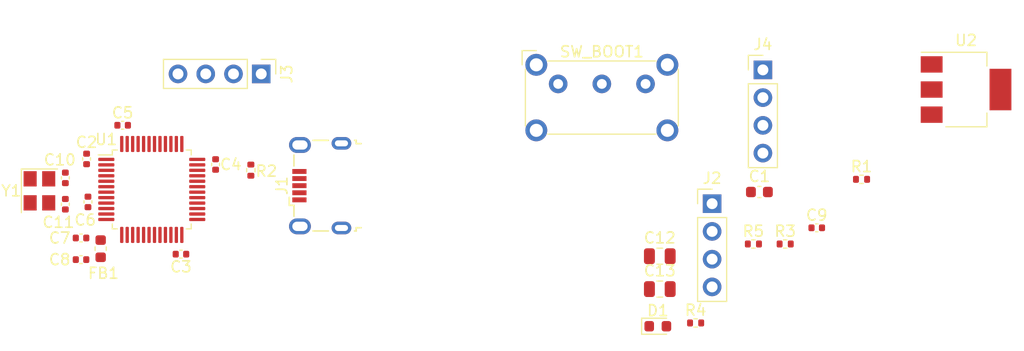
<source format=kicad_pcb>
(kicad_pcb (version 20211014) (generator pcbnew)
  (title_block (title "STM32 Blue Pill Clone") (date "2022-12-10") (rev "A") (comment 1 "Michael Ly (github.com/Michael-Q-Ly)"))
  (layers (0 "F.Cu" signal) (31 "B.Cu" power) (34 "B.Paste" user) (35 "F.Paste" user) (36 "B.SilkS" user "B.Silkscreen") (37 "F.SilkS" user "F.Silkscreen") (38 "B.Mask" user) (39 "F.Mask" user) (44 "Edge.Cuts" user))
  (net 0 "")
  (net 1 "+3.3V")
  (net 2 "GND")
  (net 3 "+3.3VA")
  (net 4 "/NRST")
  (net 5 "/HSE_IN")
  (net 6 "/HSE_OUT")
  (net 7 "VBUS")
  (net 8 "/PWR_LED_K")
  (net 9 "/USB_D-")
  (net 10 "/USB_D+")
  (net 13 "/USART1_TX")
  (net 14 "/USART1_RX")
  (net 15 "/SWDIO")
  (net 16 "/SWCLK")
  (net 17 "/I2C2_SCL")
  (net 18 "/I2C2_SDA")
  (net 19 "Net-(R1-Pad1)")
  (net 20 "/BOOT0")
  (footprint "Package_QFP:LQFP-48_7x7mm_P0.5mm" (layer "F.Cu") (at 178.129 98.876)
    (fp_text reference "U1" (at -4.179 -4.576) (layer "F.SilkS"))
    (fp_text value "STM32F103C8T6" hide)
    (fp_line (start -3.16 3.61) (end -3.61 3.61) (layer "F.SilkS") (width 0.12))
    (fp_line (start 3.61 -3.61) (end 3.61 -3.16) (layer "F.SilkS") (width 0.12))
    (fp_line (start 3.16 -3.61) (end 3.61 -3.61) (layer "F.SilkS") (width 0.12))
    (fp_line (start 3.16 3.61) (end 3.61 3.61) (layer "F.SilkS") (width 0.12))
    (fp_line (start 3.61 3.61) (end 3.61 3.16) (layer "F.SilkS") (width 0.12))
    (fp_line (start -3.61 -3.16) (end -4.9 -3.16) (layer "F.SilkS") (width 0.12))
    (fp_line (start -3.16 -3.61) (end -3.61 -3.61) (layer "F.SilkS") (width 0.12))
    (fp_line (start -3.61 -3.61) (end -3.61 -3.16) (layer "F.SilkS") (width 0.12))
    (fp_line (start -3.61 3.61) (end -3.61 3.16) (layer "F.SilkS") (width 0.12))
    (pad "1" smd roundrect (at -4.1625 -2.75) (size 1.475 0.3) (layers "F.Cu" "F.Paste" "F.Mask") (net 1 "+3.3V"))
    (pad "2" smd roundrect (at -4.1625 -2.25) (size 1.475 0.3) (layers "F.Cu" "F.Paste" "F.Mask"))
    (pad "3" smd roundrect (at -4.1625 -1.75) (size 1.475 0.3) (layers "F.Cu" "F.Paste" "F.Mask"))
    (pad "4" smd roundrect (at -4.1625 -1.25) (size 1.475 0.3) (layers "F.Cu" "F.Paste" "F.Mask"))
    (pad "5" smd roundrect (at -4.1625 -0.75) (size 1.475 0.3) (layers "F.Cu" "F.Paste" "F.Mask") (net 5 "/HSE_IN"))
    (pad "6" smd roundrect (at -4.1625 -0.25) (size 1.475 0.3) (layers "F.Cu" "F.Paste" "F.Mask") (net 6 "/HSE_OUT"))
    (pad "7" smd roundrect (at -4.1625 0.25) (size 1.475 0.3) (layers "F.Cu" "F.Paste" "F.Mask") (net 4 "/NRST"))
    (pad "8" smd roundrect (at -4.1625 0.75) (size 1.475 0.3) (layers "F.Cu" "F.Paste" "F.Mask") (net 2 "GND"))
    (pad "9" smd roundrect (at -4.1625 1.25) (size 1.475 0.3) (layers "F.Cu" "F.Paste" "F.Mask") (net 3 "+3.3VA"))
    (pad "10" smd roundrect (at -4.1625 1.75) (size 1.475 0.3) (layers "F.Cu" "F.Paste" "F.Mask"))
    (pad "11" smd roundrect (at -4.1625 2.25) (size 1.475 0.3) (layers "F.Cu" "F.Paste" "F.Mask"))
    (pad "12" smd roundrect (at -4.1625 2.75) (size 1.475 0.3) (layers "F.Cu" "F.Paste" "F.Mask"))
    (pad "13" smd roundrect (at -2.75 4.1625) (size 0.3 1.475) (layers "F.Cu" "F.Paste" "F.Mask"))
    (pad "14" smd roundrect (at -2.25 4.1625) (size 0.3 1.475) (layers "F.Cu" "F.Paste" "F.Mask"))
    (pad "15" smd roundrect (at -1.75 4.1625) (size 0.3 1.475) (layers "F.Cu" "F.Paste" "F.Mask"))
    (pad "16" smd roundrect (at -1.25 4.1625) (size 0.3 1.475) (layers "F.Cu" "F.Paste" "F.Mask"))
    (pad "17" smd roundrect (at -0.75 4.1625) (size 0.3 1.475) (layers "F.Cu" "F.Paste" "F.Mask"))
    (pad "18" smd roundrect (at -0.25 4.1625) (size 0.3 1.475) (layers "F.Cu" "F.Paste" "F.Mask"))
    (pad "19" smd roundrect (at 0.25 4.1625) (size 0.3 1.475) (layers "F.Cu" "F.Paste" "F.Mask"))
    (pad "20" smd roundrect (at 0.75 4.1625) (size 0.3 1.475) (layers "F.Cu" "F.Paste" "F.Mask"))
    (pad "21" smd roundrect (at 1.25 4.1625) (size 0.3 1.475) (layers "F.Cu" "F.Paste" "F.Mask") (net 17 "/I2C2_SCL"))
    (pad "22" smd roundrect (at 1.75 4.1625) (size 0.3 1.475) (layers "F.Cu" "F.Paste" "F.Mask") (net 18 "/I2C2_SDA"))
    (pad "23" smd roundrect (at 2.25 4.1625) (size 0.3 1.475) (layers "F.Cu" "F.Paste" "F.Mask") (net 2 "GND"))
    (pad "24" smd roundrect (at 2.75 4.1625) (size 0.3 1.475) (layers "F.Cu" "F.Paste" "F.Mask") (net 1 "+3.3V"))
    (pad "25" smd roundrect (at 4.1625 2.75) (size 1.475 0.3) (layers "F.Cu" "F.Paste" "F.Mask"))
    (pad "26" smd roundrect (at 4.1625 2.25) (size 1.475 0.3) (layers "F.Cu" "F.Paste" "F.Mask"))
    (pad "27" smd roundrect (at 4.1625 1.75) (size 1.475 0.3) (layers "F.Cu" "F.Paste" "F.Mask"))
    (pad "28" smd roundrect (at 4.1625 1.25) (size 1.475 0.3) (layers "F.Cu" "F.Paste" "F.Mask"))
    (pad "29" smd roundrect (at 4.1625 0.75) (size 1.475 0.3) (layers "F.Cu" "F.Paste" "F.Mask"))
    (pad "30" smd roundrect (at 4.1625 0.25) (size 1.475 0.3) (layers "F.Cu" "F.Paste" "F.Mask"))
    (pad "31" smd roundrect (at 4.1625 -0.25) (size 1.475 0.3) (layers "F.Cu" "F.Paste" "F.Mask"))
    (pad "32" smd roundrect (at 4.1625 -0.75) (size 1.475 0.3) (layers "F.Cu" "F.Paste" "F.Mask") (net 9 "/USB_D-"))
    (pad "33" smd roundrect (at 4.1625 -1.25) (size 1.475 0.3) (layers "F.Cu" "F.Paste" "F.Mask") (net 10 "/USB_D+"))
    (pad "34" smd roundrect (at 4.1625 -1.75) (size 1.475 0.3) (layers "F.Cu" "F.Paste" "F.Mask") (net 15 "/SWDIO"))
    (pad "35" smd roundrect (at 4.1625 -2.25) (size 1.475 0.3) (layers "F.Cu" "F.Paste" "F.Mask") (net 2 "GND"))
    (pad "36" smd roundrect (at 4.1625 -2.75) (size 1.475 0.3) (layers "F.Cu" "F.Paste" "F.Mask") (net 1 "+3.3V"))
    (pad "37" smd roundrect (at 2.75 -4.1625) (size 0.3 1.475) (layers "F.Cu" "F.Paste" "F.Mask") (net 16 "/SWCLK"))
    (pad "38" smd roundrect (at 2.25 -4.1625) (size 0.3 1.475) (layers "F.Cu" "F.Paste" "F.Mask"))
    (pad "39" smd roundrect (at 1.75 -4.1625) (size 0.3 1.475) (layers "F.Cu" "F.Paste" "F.Mask"))
    (pad "40" smd roundrect (at 1.25 -4.1625) (size 0.3 1.475) (layers "F.Cu" "F.Paste" "F.Mask"))
    (pad "41" smd roundrect (at 0.75 -4.1625) (size 0.3 1.475) (layers "F.Cu" "F.Paste" "F.Mask"))
    (pad "42" smd roundrect (at 0.25 -4.1625) (size 0.3 1.475) (layers "F.Cu" "F.Paste" "F.Mask") (net 13 "/USART1_TX"))
    (pad "43" smd roundrect (at -0.25 -4.1625) (size 0.3 1.475) (layers "F.Cu" "F.Paste" "F.Mask") (net 14 "/USART1_RX"))
    (pad "44" smd roundrect (at -0.75 -4.1625) (size 0.3 1.475) (layers "F.Cu" "F.Paste" "F.Mask") (net 20 "/BOOT0"))
    (pad "45" smd roundrect (at -1.25 -4.1625) (size 0.3 1.475) (layers "F.Cu" "F.Paste" "F.Mask"))
    (pad "46" smd roundrect (at -1.75 -4.1625) (size 0.3 1.475) (layers "F.Cu" "F.Paste" "F.Mask"))
    (pad "47" smd roundrect (at -2.25 -4.1625) (size 0.3 1.475) (layers "F.Cu" "F.Paste" "F.Mask") (net 2 "GND"))
    (pad "48" smd roundrect (at -2.75 -4.1625) (size 0.3 1.475) (layers "F.Cu" "F.Paste" "F.Mask") (net 1 "+3.3V"))
  )
  (footprint "Connector_PinHeader_2.54mm:PinHeader_1x04_P2.54mm_Vertical" (layer "F.Cu") (at 229.43 100.18)
    (fp_text reference "J2" (at 0 -2.33) (layer "F.SilkS"))
    (fp_text value "Conn_01x04_Male")
    (fp_line (start -1.33 8.95) (end 1.33 8.95) (layer "F.SilkS") (width 0.12))
    (fp_line (start -1.33 -1.33) (end 0 -1.33) (layer "F.SilkS") (width 0.12))
    (fp_line (start -1.33 0) (end -1.33 -1.33) (layer "F.SilkS") (width 0.12))
    (fp_line (start 1.33 1.27) (end 1.33 8.95) (layer "F.SilkS") (width 0.12))
    (fp_line (start -1.33 1.27) (end -1.33 8.95) (layer "F.SilkS") (width 0.12))
    (fp_line (start -1.33 1.27) (end 1.33 1.27) (layer "F.SilkS") (width 0.12))
    (pad "1" thru_hole rect (at 0 0) (size 1.7 1.7) (drill 1) (layers *.Cu *.Mask) (net 1 "+3.3V"))
    (pad "2" thru_hole oval (at 0 2.54) (size 1.7 1.7) (drill 1) (layers *.Cu *.Mask) (net 13 "/USART1_TX"))
    (pad "3" thru_hole oval (at 0 5.08) (size 1.7 1.7) (drill 1) (layers *.Cu *.Mask) (net 14 "/USART1_RX"))
    (pad "4" thru_hole oval (at 0 7.62) (size 1.7 1.7) (drill 1) (layers *.Cu *.Mask) (net 2 "GND"))
  )
  (footprint "Resistor_SMD:R_0402_1005Metric" (layer "F.Cu") (at 233.21 103.87)
    (fp_text reference "R5" (at 0 -1.17) (layer "F.SilkS"))
    (fp_text value "1k5")
    (fp_line (start -0.153641 0.38) (end 0.153641 0.38) (layer "F.SilkS") (width 0.12))
    (fp_line (start -0.153641 -0.38) (end 0.153641 -0.38) (layer "F.SilkS") (width 0.12))
    (pad "1" smd roundrect (at -0.51 0) (size 0.54 0.64) (layers "F.Cu" "F.Paste" "F.Mask") (net 8 "/PWR_LED_K"))
    (pad "2" smd roundrect (at 0.51 0) (size 0.54 0.64) (layers "F.Cu" "F.Paste" "F.Mask") (net 2 "GND"))
  )
  (footprint "Connector_USB:USB_Micro-B_Wuerth_629105150521" (layer "F.Cu") (at 193.545 98.53 90)
    (fp_text reference "J1" (at 0 -3.5 90) (layer "F.SilkS"))
    (fp_text value "USB_B_Micro" hide)
    (fp_line (start -3.85 3.3) (end -3.85 3.75) (layer "F.SilkS") (width 0.15))
    (fp_line (start -1.8 -2.825) (end -1.8 -2.4) (layer "F.SilkS") (width 0.15))
    (fp_line (start 4.15 3.3) (end 4.15 3.15) (layer "F.SilkS") (width 0.15))
    (fp_line (start -1.075 -2.825) (end -1.8 -2.825) (layer "F.SilkS") (width 0.15))
    (fp_line (start 4.15 0.75) (end 4.15 -0.65) (layer "F.SilkS") (width 0.15))
    (fp_line (start 3.85 3.3) (end 4.15 3.3) (layer "F.SilkS") (width 0.15))
    (fp_line (start -1.8 -2.4) (end -2.8 -2.4) (layer "F.SilkS") (width 0.15))
    (fp_line (start -4.15 3.15) (end -4.15 3.3) (layer "F.SilkS") (width 0.15))
    (fp_line (start -4.15 3.3) (end -3.85 3.3) (layer "F.SilkS") (width 0.15))
    (fp_line (start -4.15 -0.65) (end -4.15 0.75) (layer "F.SilkS") (width 0.15))
    (fp_line (start 1.8 -2.4) (end 2.8 -2.4) (layer "F.SilkS") (width 0.15))
    (fp_line (start 3.85 3.75) (end 3.85 3.3) (layer "F.SilkS") (width 0.15))
    (pad "" np_thru_hole oval (at 2.5 -0.8 90) (size 0.8 0.8) (drill 0.8) (layers *.Cu *.Mask))
    (pad "" np_thru_hole oval (at -2.5 -0.8 90) (size 0.8 0.8) (drill 0.8) (layers *.Cu *.Mask))
    (pad "1" smd rect (at -1.3 -1.9 90) (size 0.45 1.3) (layers "F.Cu" "F.Paste" "F.Mask") (net 7 "VBUS"))
    (pad "2" smd rect (at -0.65 -1.9 90) (size 0.45 1.3) (layers "F.Cu" "F.Paste" "F.Mask") (net 9 "/USB_D-"))
    (pad "3" smd rect (at 0 -1.9 90) (size 0.45 1.3) (layers "F.Cu" "F.Paste" "F.Mask") (net 10 "/USB_D+"))
    (pad "4" smd rect (at 0.65 -1.9 90) (size 0.45 1.3) (layers "F.Cu" "F.Paste" "F.Mask"))
    (pad "5" smd rect (at 1.3 -1.9 90) (size 0.45 1.3) (layers "F.Cu" "F.Paste" "F.Mask") (net 2 "GND"))
    (pad "6" thru_hole oval (at -3.725 -1.85 90) (size 1.45 2) (drill oval 0.85 1.4) (layers *.Cu *.Mask))
    (pad "6" thru_hole oval (at 3.725 -1.85 90) (size 1.45 2) (drill oval 0.85 1.4) (layers *.Cu *.Mask))
    (pad "6" thru_hole oval (at -3.875 1.95 90) (size 1.15 1.8) (drill oval 0.55 1.2) (layers *.Cu *.Mask))
    (pad "6" thru_hole oval (at 3.875 1.95 90) (size 1.15 1.8) (drill oval 0.55 1.2) (layers *.Cu *.Mask))
  )
  (footprint "Capacitor_SMD:C_0402_1005Metric" (layer "F.Cu") (at 172.16 96.082 90)
    (fp_text reference "C2" (at 1.524 0 180) (layer "F.SilkS"))
    (fp_text value "100n" hide)
    (fp_line (start -0.107836 0.36) (end 0.107836 0.36) (layer "F.SilkS") (width 0.12))
    (fp_line (start -0.107836 -0.36) (end 0.107836 -0.36) (layer "F.SilkS") (width 0.12))
    (pad "1" smd roundrect (at -0.48 0 90) (size 0.56 0.62) (layers "F.Cu" "F.Paste" "F.Mask") (net 1 "+3.3V"))
    (pad "2" smd roundrect (at 0.48 0 90) (size 0.56 0.62) (layers "F.Cu" "F.Paste" "F.Mask") (net 2 "GND"))
  )
  (footprint "Button_Switch_THT:SW_E-Switch_EG1224_SPDT_Angled" (layer "F.Cu") (at 215.335 89.215)
    (fp_text reference "SW_BOOT1" (at 4 -2.95) (layer "F.SilkS"))
    (fp_text value "SW_SPDT")
    (fp_line (start -3.3 -3.05) (end -2 -3.05) (layer "F.SilkS") (width 0.12))
    (fp_line (start -3 3.85) (end -3 -1.35) (layer "F.SilkS") (width 0.12))
    (fp_line (start -0.95 -2.1) (end 8.95 -2.1) (layer "F.SilkS") (width 0.12))
    (fp_line (start -3.3 -1.75) (end -3.3 -3.05) (layer "F.SilkS") (width 0.12))
    (fp_line (start 8.95 4.6) (end -0.95 4.6) (layer "F.SilkS") (width 0.12))
    (fp_line (start 11 -1.35) (end 11 3.85) (layer "F.SilkS") (width 0.12))
    (pad "" thru_hole circle (at -2 -1.75) (size 2 2) (drill 1.2) (layers *.Cu *.Mask))
    (pad "" thru_hole circle (at 10 4.25) (size 2 2) (drill 1.2) (layers *.Cu *.Mask))
    (pad "" thru_hole circle (at -2 4.25) (size 2 2) (drill 1.2) (layers *.Cu *.Mask))
    (pad "" thru_hole circle (at 10 -1.75) (size 2 2) (drill 1.2) (layers *.Cu *.Mask))
    (pad "1" thru_hole circle (at 0 0) (size 1.7 1.7) (drill 0.9) (layers *.Cu *.Mask) (net 2 "GND"))
    (pad "2" thru_hole circle (at 4 0) (size 1.7 1.7) (drill 0.9) (layers *.Cu *.Mask) (net 19 "Net-(R1-Pad1)"))
    (pad "3" thru_hole circle (at 8 0) (size 1.7 1.7) (drill 0.9) (layers *.Cu *.Mask) (net 1 "+3.3V"))
  )
  (footprint "Capacitor_SMD:C_0805_2012Metric" (layer "F.Cu") (at 224.64 108)
    (fp_text reference "C13" (at 0 -1.68) (layer "F.SilkS"))
    (fp_text value "22u")
    (fp_line (start -0.261252 0.735) (end 0.261252 0.735) (layer "F.SilkS") (width 0.12))
    (fp_line (start -0.261252 -0.735) (end 0.261252 -0.735) (layer "F.SilkS") (width 0.12))
    (pad "1" smd roundrect (at -0.95 0) (size 1 1.45) (layers "F.Cu" "F.Paste" "F.Mask") (net 1 "+3.3V"))
    (pad "2" smd roundrect (at 0.95 0) (size 1 1.45) (layers "F.Cu" "F.Paste" "F.Mask") (net 2 "GND"))
  )
  (footprint "Capacitor_SMD:C_0402_1005Metric" (layer "F.Cu") (at 171.652 103.321 180)
    (fp_text reference "C7" (at 1.952 0) (layer "F.SilkS"))
    (fp_text value "1u" hide)
    (fp_line (start -0.107836 0.36) (end 0.107836 0.36) (layer "F.SilkS") (width 0.12))
    (fp_line (start -0.107836 -0.36) (end 0.107836 -0.36) (layer "F.SilkS") (width 0.12))
    (pad "1" smd roundrect (at -0.48 0 180) (size 0.56 0.62) (layers "F.Cu" "F.Paste" "F.Mask") (net 3 "+3.3VA"))
    (pad "2" smd roundrect (at 0.48 0 180) (size 0.56 0.62) (layers "F.Cu" "F.Paste" "F.Mask") (net 2 "GND"))
  )
  (footprint "Capacitor_SMD:C_0402_1005Metric" (layer "F.Cu") (at 171.652 105.3 180)
    (fp_text reference "C8" (at 1.952 0) (layer "F.SilkS"))
    (fp_text value "1u" hide)
    (fp_line (start -0.107836 -0.36) (end 0.107836 -0.36) (layer "F.SilkS") (width 0.12))
    (fp_line (start -0.107836 0.36) (end 0.107836 0.36) (layer "F.SilkS") (width 0.12))
    (pad "1" smd roundrect (at -0.48 0 180) (size 0.56 0.62) (layers "F.Cu" "F.Paste" "F.Mask") (net 1 "+3.3V"))
    (pad "2" smd roundrect (at 0.48 0 180) (size 0.56 0.62) (layers "F.Cu" "F.Paste" "F.Mask") (net 2 "GND"))
  )
  (footprint "Connector_PinHeader_2.54mm:PinHeader_1x04_P2.54mm_Vertical" (layer "F.Cu") (at 234.08 87.93)
    (fp_text reference "J4" (at 0 -2.33) (layer "F.SilkS"))
    (fp_text value "Conn_01x04_Male")
    (fp_line (start -1.33 1.27) (end -1.33 8.95) (layer "F.SilkS") (width 0.12))
    (fp_line (start -1.33 1.27) (end 1.33 1.27) (layer "F.SilkS") (width 0.12))
    (fp_line (start -1.33 0) (end -1.33 -1.33) (layer "F.SilkS") (width 0.12))
    (fp_line (start -1.33 -1.33) (end 0 -1.33) (layer "F.SilkS") (width 0.12))
    (fp_line (start -1.33 8.95) (end 1.33 8.95) (layer "F.SilkS") (width 0.12))
    (fp_line (start 1.33 1.27) (end 1.33 8.95) (layer "F.SilkS") (width 0.12))
    (pad "1" thru_hole rect (at 0 0) (size 1.7 1.7) (drill 1) (layers *.Cu *.Mask) (net 1 "+3.3V"))
    (pad "2" thru_hole oval (at 0 2.54) (size 1.7 1.7) (drill 1) (layers *.Cu *.Mask) (net 17 "/I2C2_SCL"))
    (pad "3" thru_hole oval (at 0 5.08) (size 1.7 1.7) (drill 1) (layers *.Cu *.Mask) (net 18 "/I2C2_SDA"))
    (pad "4" thru_hole oval (at 0 7.62) (size 1.7 1.7) (drill 1) (layers *.Cu *.Mask) (net 2 "GND"))
  )
  (footprint "Capacitor_SMD:C_0402_1005Metric" (layer "F.Cu") (at 170.216 97.817 90)
    (fp_text reference "C10" (at 1.651 -0.508 180) (layer "F.SilkS"))
    (fp_text value "10p" hide)
    (fp_line (start -0.107836 0.36) (end 0.107836 0.36) (layer "F.SilkS") (width 0.12))
    (fp_line (start -0.107836 -0.36) (end 0.107836 -0.36) (layer "F.SilkS") (width 0.12))
    (pad "1" smd roundrect (at -0.48 0 90) (size 0.56 0.62) (layers "F.Cu" "F.Paste" "F.Mask") (net 5 "/HSE_IN"))
    (pad "2" smd roundrect (at 0.48 0 90) (size 0.56 0.62) (layers "F.Cu" "F.Paste" "F.Mask") (net 2 "GND"))
  )
  (footprint "Package_TO_SOT_SMD:SOT-223-3_TabPin2" (layer "F.Cu") (at 252.68 89.73)
    (fp_text reference "U2" (at 0 -4.5) (layer "F.SilkS"))
    (fp_text value "AMS1117-3.3")
    (fp_line (start 1.91 3.41) (end 1.91 2.15) (layer "F.SilkS") (width 0.12))
    (fp_line (start -1.85 3.41) (end 1.91 3.41) (layer "F.SilkS") (width 0.12))
    (fp_line (start -4.1 -3.41) (end 1.91 -3.41) (layer "F.SilkS") (width 0.12))
    (fp_line (start 1.91 -3.41) (end 1.91 -2.15) (layer "F.SilkS") (width 0.12))
    (pad "1" smd rect (at -3.15 -2.3) (size 2 1.5) (layers "F.Cu" "F.Paste" "F.Mask") (net 2 "GND"))
    (pad "2" smd rect (at -3.15 0) (size 2 1.5) (layers "F.Cu" "F.Paste" "F.Mask") (net 1 "+3.3V"))
    (pad "2" smd rect (at 3.15 0) (size 2 3.8) (layers "F.Cu" "F.Paste" "F.Mask") (net 1 "+3.3V"))
    (pad "3" smd rect (at -3.15 2.3) (size 2 1.5) (layers "F.Cu" "F.Paste" "F.Mask") (net 7 "VBUS"))
  )
  (footprint "Capacitor_SMD:C_0603_1608Metric" (layer "F.Cu") (at 233.76 99.11)
    (fp_text reference "C1" (at 0 -1.43) (layer "F.SilkS"))
    (fp_text value "10u")
    (fp_line (start -0.14058 0.51) (end 0.14058 0.51) (layer "F.SilkS") (width 0.12))
    (fp_line (start -0.14058 -0.51) (end 0.14058 -0.51) (layer "F.SilkS") (width 0.12))
    (pad "1" smd roundrect (at -0.775 0) (size 0.9 0.95) (layers "F.Cu" "F.Paste" "F.Mask") (net 1 "+3.3V"))
    (pad "2" smd roundrect (at 0.775 0) (size 0.9 0.95) (layers "F.Cu" "F.Paste" "F.Mask") (net 2 "GND"))
  )
  (footprint "Capacitor_SMD:C_0402_1005Metric" (layer "F.Cu") (at 183.971 96.59 -90)
    (fp_text reference "C4" (at 0 -1.397 180) (layer "F.SilkS"))
    (fp_text value "100n" hide)
    (fp_line (start -0.107836 -0.36) (end 0.107836 -0.36) (layer "F.SilkS") (width 0.12))
    (fp_line (start -0.107836 0.36) (end 0.107836 0.36) (layer "F.SilkS") (width 0.12))
    (pad "1" smd roundrect (at -0.48 0 270) (size 0.56 0.62) (layers "F.Cu" "F.Paste" "F.Mask") (net 1 "+3.3V"))
    (pad "2" smd roundrect (at 0.48 0 270) (size 0.56 0.62) (layers "F.Cu" "F.Paste" "F.Mask") (net 2 "GND"))
  )
  (footprint "Inductor_SMD:L_0603_1608Metric" (layer "F.Cu") (at 173.45 104.3 -90)
    (fp_text reference "FB1" (at 2.25 -0.25) (layer "F.SilkS"))
    (fp_text value "120R" hide)
    (fp_line (start -0.162779 -0.51) (end 0.162779 -0.51) (layer "F.SilkS") (width 0.12))
    (fp_line (start -0.162779 0.51) (end 0.162779 0.51) (layer "F.SilkS") (width 0.12))
    (pad "1" smd roundrect (at -0.7875 0 270) (size 0.875 0.95) (layers "F.Cu" "F.Paste" "F.Mask") (net 3 "+3.3VA"))
    (pad "2" smd roundrect (at 0.7875 0 270) (size 0.875 0.95) (layers "F.Cu" "F.Paste" "F.Mask") (net 1 "+3.3V"))
  )
  (footprint "Resistor_SMD:R_0402_1005Metric" (layer "F.Cu") (at 236.12 103.87)
    (fp_text reference "R3" (at 0 -1.17) (layer "F.SilkS"))
    (fp_text value "1k5")
    (fp_line (start -0.153641 0.38) (end 0.153641 0.38) (layer "F.SilkS") (width 0.12))
    (fp_line (start -0.153641 -0.38) (end 0.153641 -0.38) (layer "F.SilkS") (width 0.12))
    (pad "1" smd roundrect (at -0.51 0) (size 0.54 0.64) (layers "F.Cu" "F.Paste" "F.Mask") (net 1 "+3.3V"))
    (pad "2" smd roundrect (at 0.51 0) (size 0.54 0.64) (layers "F.Cu" "F.Paste" "F.Mask") (net 17 "/I2C2_SCL"))
  )
  (footprint "Crystal:Crystal_SMD_3225-4Pin_3.2x2.5mm" (layer "F.Cu") (at 167.842 99.003 -90)
    (fp_text reference "Y1" (at 0 2.579 180) (layer "F.SilkS"))
    (fp_text value "16MHz" hide)
    (fp_line (start -2 1.65) (end 2 1.65) (layer "F.SilkS") (width 0.12))
    (fp_line (start -2 -1.65) (end -2 1.65) (layer "F.SilkS") (width 0.12))
    (pad "1" smd rect (at -1.1 0.85 270) (size 1.4 1.2) (layers "F.Cu" "F.Paste" "F.Mask") (net 5 "/HSE_IN"))
    (pad "2" smd rect (at 1.1 0.85 270) (size 1.4 1.2) (layers "F.Cu" "F.Paste" "F.Mask") (net 2 "GND"))
    (pad "3" smd rect (at 1.1 -0.85 270) (size 1.4 1.2) (layers "F.Cu" "F.Paste" "F.Mask") (net 6 "/HSE_OUT"))
    (pad "4" smd rect (at -1.1 -0.85 270) (size 1.4 1.2) (layers "F.Cu" "F.Paste" "F.Mask") (net 2 "GND"))
  )
  (footprint "Connector_PinHeader_2.54mm:PinHeader_1x04_P2.54mm_Vertical" (layer "F.Cu") (at 188.15 88.3 -90)
    (fp_text reference "J3" (at 0 -2.33 90) (layer "F.SilkS"))
    (fp_text value "Conn_01x04_Male")
    (fp_line (start -1.33 8.95) (end 1.33 8.95) (layer "F.SilkS") (width 0.12))
    (fp_line (start 1.33 1.27) (end 1.33 8.95) (layer "F.SilkS") (width 0.12))
    (fp_line (start -1.33 1.27) (end -1.33 8.95) (layer "F.SilkS") (width 0.12))
    (fp_line (start -1.33 1.27) (end 1.33 1.27) (layer "F.SilkS") (width 0.12))
    (fp_line (start -1.33 0) (end -1.33 -1.33) (layer "F.SilkS") (width 0.12))
    (fp_line (start -1.33 -1.33) (end 0 -1.33) (layer "F.SilkS") (width 0.12))
    (pad "1" thru_hole rect (at 0 0 270) (size 1.7 1.7) (drill 1) (layers *.Cu *.Mask) (net 1 "+3.3V"))
    (pad "2" thru_hole oval (at 0 2.54 270) (size 1.7 1.7) (drill 1) (layers *.Cu *.Mask) (net 15 "/SWDIO"))
    (pad "3" thru_hole oval (at 0 5.08 270) (size 1.7 1.7) (drill 1) (layers *.Cu *.Mask) (net 16 "/SWCLK"))
    (pad "4" thru_hole oval (at 0 7.62 270) (size 1.7 1.7) (drill 1) (layers *.Cu *.Mask) (net 2 "GND"))
  )
  (footprint "Capacitor_SMD:C_0402_1005Metric" (layer "F.Cu") (at 175.462 93)
    (fp_text reference "C5" (at 0 -1.143) (layer "F.SilkS"))
    (fp_text value "100n" hide)
    (fp_line (start -0.107836 0.36) (end 0.107836 0.36) (layer "F.SilkS") (width 0.12))
    (fp_line (start -0.107836 -0.36) (end 0.107836 -0.36) (layer "F.SilkS") (width 0.12))
    (pad "1" smd roundrect (at -0.48 0) (size 0.56 0.62) (layers "F.Cu" "F.Paste" "F.Mask") (net 1 "+3.3V"))
    (pad "2" smd roundrect (at 0.48 0) (size 0.56 0.62) (layers "F.Cu" "F.Paste" "F.Mask") (net 2 "GND"))
  )
  (footprint "Capacitor_SMD:C_0402_1005Metric" (layer "F.Cu") (at 172.287 100.019 90)
    (fp_text reference "C6" (at -1.651 -0.254 180) (layer "F.SilkS"))
    (fp_text value "10n" hide)
    (fp_line (start -0.107836 0.36) (end 0.107836 0.36) (layer "F.SilkS") (width 0.12))
    (fp_line (start -0.107836 -0.36) (end 0.107836 -0.36) (layer "F.SilkS") (width 0.12))
    (pad "1" smd roundrect (at -0.48 0 90) (size 0.56 0.62) (layers "F.Cu" "F.Paste" "F.Mask") (net 3 "+3.3VA"))
    (pad "2" smd roundrect (at 0.48 0 90) (size 0.56 0.62) (layers "F.Cu" "F.Paste" "F.Mask") (net 2 "GND"))
  )
  (footprint "Capacitor_SMD:C_0402_1005Metric" (layer "F.Cu") (at 239.01 102.39)
    (fp_text reference "C9" (at 0 -1.16) (layer "F.SilkS"))
    (fp_text value "100n")
    (fp_line (start -0.107836 -0.36) (end 0.107836 -0.36) (layer "F.SilkS") (width 0.12))
    (fp_line (start -0.107836 0.36) (end 0.107836 0.36) (layer "F.SilkS") (width 0.12))
    (pad "1" smd roundrect (at -0.48 0) (size 0.56 0.62) (layers "F.Cu" "F.Paste" "F.Mask") (net 4 "/NRST"))
    (pad "2" smd roundrect (at 0.48 0) (size 0.56 0.62) (layers "F.Cu" "F.Paste" "F.Mask") (net 2 "GND"))
  )
  (footprint "Resistor_SMD:R_0402_1005Metric" (layer "F.Cu") (at 243.11 97.95)
    (fp_text reference "R1" (at 0 -1.17) (layer "F.SilkS"))
    (fp_text value "10k")
    (fp_line (start -0.153641 -0.38) (end 0.153641 -0.38) (layer "F.SilkS") (width 0.12))
    (fp_line (start -0.153641 0.38) (end 0.153641 0.38) (layer "F.SilkS") (width 0.12))
    (pad "1" smd roundrect (at -0.51 0) (size 0.54 0.64) (layers "F.Cu" "F.Paste" "F.Mask") (net 19 "Net-(R1-Pad1)"))
    (pad "2" smd roundrect (at 0.51 0) (size 0.54 0.64) (layers "F.Cu" "F.Paste" "F.Mask") (net 20 "/BOOT0"))
  )
  (footprint "Capacitor_SMD:C_0402_1005Metric" (layer "F.Cu") (at 170.216 100.23 90)
    (fp_text reference "C11" (at -1.651 -0.635 180) (layer "F.SilkS"))
    (fp_text value "10p" hide)
    (fp_line (start -0.107836 0.36) (end 0.107836 0.36) (layer "F.SilkS") (width 0.12))
    (fp_line (start -0.107836 -0.36) (end 0.107836 -0.36) (layer "F.SilkS") (width 0.12))
    (pad "1" smd roundrect (at -0.48 0 90) (size 0.56 0.62) (layers "F.Cu" "F.Paste" "F.Mask") (net 6 "/HSE_OUT"))
    (pad "2" smd roundrect (at 0.48 0 90) (size 0.56 0.62) (layers "F.Cu" "F.Paste" "F.Mask") (net 2 "GND"))
  )
  (footprint "Resistor_SMD:R_0402_1005Metric" (layer "F.Cu") (at 187.2 97.11 -90)
    (fp_text reference "R2" (at 0.09 -1.425 180) (layer "F.SilkS"))
    (fp_text value "1k5" hide)
    (fp_line (start -0.153641 0.38) (end 0.153641 0.38) (layer "F.SilkS") (width 0.12))
    (fp_line (start -0.153641 -0.38) (end 0.153641 -0.38) (layer "F.SilkS") (width 0.12))
    (pad "1" smd roundrect (at -0.51 0 270) (size 0.54 0.64) (layers "F.Cu" "F.Paste" "F.Mask") (net 1 "+3.3V"))
    (pad "2" smd roundrect (at 0.51 0 270) (size 0.54 0.64) (layers "F.Cu" "F.Paste" "F.Mask") (net 10 "/USB_D+"))
  )
  (footprint "Capacitor_SMD:C_0805_2012Metric" (layer "F.Cu") (at 224.64 104.99)
    (fp_text reference "C12" (at 0 -1.68) (layer "F.SilkS"))
    (fp_text value "22u")
    (fp_line (start -0.261252 0.735) (end 0.261252 0.735) (layer "F.SilkS") (width 0.12))
    (fp_line (start -0.261252 -0.735) (end 0.261252 -0.735) (layer "F.SilkS") (width 0.12))
    (pad "1" smd roundrect (at -0.95 0) (size 1 1.45) (layers "F.Cu" "F.Paste" "F.Mask") (net 7 "VBUS"))
    (pad "2" smd roundrect (at 0.95 0) (size 1 1.45) (layers "F.Cu" "F.Paste" "F.Mask") (net 2 "GND"))
  )
  (footprint "LED_SMD:LED_0603_1608Metric" (layer "F.Cu") (at 224.46 111.4)
    (fp_text reference "D1" (at 0 -1.43) (layer "F.SilkS"))
    (fp_text value "RED")
    (fp_line (start -1.485 -0.735) (end -1.485 0.735) (layer "F.SilkS") (width 0.12))
    (fp_line (start 0.8 -0.735) (end -1.485 -0.735) (layer "F.SilkS") (width 0.12))
    (fp_line (start -1.485 0.735) (end 0.8 0.735) (layer "F.SilkS") (width 0.12))
    (pad "1" smd roundrect (at -0.7875 0) (size 0.875 0.95) (layers "F.Cu" "F.Paste" "F.Mask") (net 8 "/PWR_LED_K"))
    (pad "2" smd roundrect (at 0.7875 0) (size 0.875 0.95) (layers "F.Cu" "F.Paste" "F.Mask") (net 1 "+3.3V"))
  )
  (footprint "Capacitor_SMD:C_0402_1005Metric" (layer "F.Cu") (at 180.8 104.8 180)
    (fp_text reference "C3" (at 0 -1.16) (layer "F.SilkS"))
    (fp_text value "100n" hide)
    (fp_line (start -0.107836 0.36) (end 0.107836 0.36) (layer "F.SilkS") (width 0.12))
    (fp_line (start -0.107836 -0.36) (end 0.107836 -0.36) (layer "F.SilkS") (width 0.12))
    (pad "1" smd roundrect (at -0.48 0 180) (size 0.56 0.62) (layers "F.Cu" "F.Paste" "F.Mask") (net 1 "+3.3V"))
    (pad "2" smd roundrect (at 0.48 0 180) (size 0.56 0.62) (layers "F.Cu" "F.Paste" "F.Mask") (net 2 "GND"))
  )
  (footprint "Resistor_SMD:R_0402_1005Metric" (layer "F.Cu") (at 227.92 111.1)
    (fp_text reference "R4" (at 0 -1.17) (layer "F.SilkS"))
    (fp_text value "1k5")
    (fp_line (start -0.153641 0.38) (end 0.153641 0.38) (layer "F.SilkS") (width 0.12))
    (fp_line (start -0.153641 -0.38) (end 0.153641 -0.38) (layer "F.SilkS") (width 0.12))
    (pad "1" smd roundrect (at -0.51 0) (size 0.54 0.64) (layers "F.Cu" "F.Paste" "F.Mask") (net 1 "+3.3V"))
    (pad "2" smd roundrect (at 0.51 0) (size 0.54 0.64) (layers "F.Cu" "F.Paste" "F.Mask") (net 18 "/I2C2_SDA"))
  )
)
</source>
